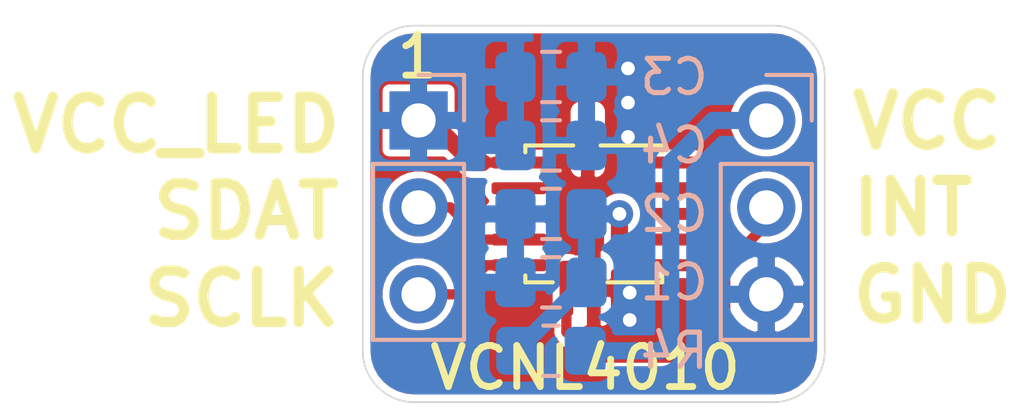
<source format=kicad_pcb>
(kicad_pcb (version 20171130) (host pcbnew "(5.1.12)-1")

  (general
    (thickness 1.6)
    (drawings 16)
    (tracks 38)
    (zones 0)
    (modules 8)
    (nets 8)
  )

  (page A4)
  (layers
    (0 F.Cu signal)
    (31 B.Cu signal)
    (32 B.Adhes user hide)
    (33 F.Adhes user hide)
    (34 B.Paste user hide)
    (35 F.Paste user hide)
    (36 B.SilkS user)
    (37 F.SilkS user)
    (38 B.Mask user hide)
    (39 F.Mask user hide)
    (40 Dwgs.User user hide)
    (41 Cmts.User user hide)
    (42 Eco1.User user hide)
    (43 Eco2.User user hide)
    (44 Edge.Cuts user)
    (45 Margin user hide)
    (46 B.CrtYd user)
    (47 F.CrtYd user hide)
    (48 B.Fab user hide)
    (49 F.Fab user hide)
  )

  (setup
    (last_trace_width 0.2)
    (user_trace_width 0.3)
    (user_trace_width 0.5)
    (trace_clearance 0.2)
    (zone_clearance 0.2)
    (zone_45_only no)
    (trace_min 0.2)
    (via_size 0.8)
    (via_drill 0.4)
    (via_min_size 0.6)
    (via_min_drill 0.3)
    (uvia_size 0.3)
    (uvia_drill 0.1)
    (uvias_allowed no)
    (uvia_min_size 0.2)
    (uvia_min_drill 0.1)
    (edge_width 0.05)
    (segment_width 0.2)
    (pcb_text_width 0.3)
    (pcb_text_size 1.5 1.5)
    (mod_edge_width 0.12)
    (mod_text_size 1 1)
    (mod_text_width 0.15)
    (pad_size 1.7 1.7)
    (pad_drill 1)
    (pad_to_mask_clearance 0)
    (aux_axis_origin 0 0)
    (visible_elements 7FFFFFFF)
    (pcbplotparams
      (layerselection 0x010fc_ffffffff)
      (usegerberextensions false)
      (usegerberattributes true)
      (usegerberadvancedattributes true)
      (creategerberjobfile true)
      (excludeedgelayer true)
      (linewidth 0.100000)
      (plotframeref false)
      (viasonmask false)
      (mode 1)
      (useauxorigin false)
      (hpglpennumber 1)
      (hpglpenspeed 20)
      (hpglpendiameter 15.000000)
      (psnegative false)
      (psa4output false)
      (plotreference true)
      (plotvalue true)
      (plotinvisibletext false)
      (padsonsilk false)
      (subtractmaskfromsilk false)
      (outputformat 1)
      (mirror false)
      (drillshape 0)
      (scaleselection 1)
      (outputdirectory "Adapter-VCNL4010_Gerber/"))
  )

  (net 0 "")
  (net 1 GND)
  (net 2 /INT)
  (net 3 /SDAT)
  (net 4 /SCLK)
  (net 5 "Net-(C1-Pad1)")
  (net 6 /VCC_LED)
  (net 7 /VCC)

  (net_class Default "This is the default net class."
    (clearance 0.2)
    (trace_width 0.2)
    (via_dia 0.8)
    (via_drill 0.4)
    (uvia_dia 0.3)
    (uvia_drill 0.1)
    (add_net /INT)
    (add_net /SCLK)
    (add_net /SDAT)
    (add_net /VCC)
    (add_net /VCC_LED)
    (add_net GND)
    (add_net "Net-(C1-Pad1)")
  )

  (module ak:VCNL4010_HS (layer F.Cu) (tedit 619BEFF7) (tstamp 619C41AC)
    (at 156.25 131 270)
    (path /619BBC1A)
    (fp_text reference U1 (at 0 4 90) (layer F.SilkS) hide
      (effects (font (size 1 1) (thickness 0.15)))
    )
    (fp_text value VCNL4010 (at 0 -4 90) (layer F.Fab)
      (effects (font (size 1 1) (thickness 0.15)))
    )
    (fp_line (start 1.8 -2) (end 2 -2) (layer F.SilkS) (width 0.12))
    (fp_line (start 2 -2) (end 2 -0.4) (layer F.SilkS) (width 0.12))
    (fp_line (start 2 1.2) (end 2 2) (layer F.SilkS) (width 0.12))
    (fp_line (start 2 2) (end 1.8 2) (layer F.SilkS) (width 0.12))
    (fp_line (start -1.8 2) (end -2 2) (layer F.SilkS) (width 0.12))
    (fp_line (start -2 2) (end -2 0.6) (layer F.SilkS) (width 0.12))
    (fp_line (start -2 -2) (end -1.8 -2) (layer F.SilkS) (width 0.12))
    (fp_line (start -2 -2) (end -2 -0.2) (layer F.SilkS) (width 0.12))
    (pad 1 smd roundrect (at -1.5 2.1825 270) (size 0.35 1.61) (layers F.Cu F.Paste F.Mask) (roundrect_rratio 0.25)
      (net 6 /VCC_LED))
    (pad 2 smd roundrect (at -0.75 2.1825 270) (size 0.35 1.61) (layers F.Cu F.Paste F.Mask) (roundrect_rratio 0.25))
    (pad 3 smd roundrect (at 0 2.1825 270) (size 0.35 1.61) (layers F.Cu F.Paste F.Mask) (roundrect_rratio 0.25))
    (pad 4 smd roundrect (at 0.75 2.1825 270) (size 0.35 1.61) (layers F.Cu F.Paste F.Mask) (roundrect_rratio 0.25)
      (net 3 /SDAT))
    (pad 5 smd roundrect (at 1.5 2.1825 270) (size 0.35 1.61) (layers F.Cu F.Paste F.Mask) (roundrect_rratio 0.25)
      (net 4 /SCLK))
    (pad 7 smd roundrect (at 1.5 -2.1825 270) (size 0.35 1.61) (layers F.Cu F.Paste F.Mask) (roundrect_rratio 0.25)
      (net 5 "Net-(C1-Pad1)"))
    (pad 8 smd roundrect (at 0.75 -2.1825 270) (size 0.35 1.61) (layers F.Cu F.Paste F.Mask) (roundrect_rratio 0.25))
    (pad 9 smd roundrect (at 0 -2.1825 270) (size 0.35 1.61) (layers F.Cu F.Paste F.Mask) (roundrect_rratio 0.25))
    (pad 10 smd roundrect (at -0.75 -2.1825 270) (size 0.35 1.61) (layers F.Cu F.Paste F.Mask) (roundrect_rratio 0.25))
    (pad 11 smd roundrect (at -1.5 -2.1825 270) (size 0.35 1.61) (layers F.Cu F.Paste F.Mask) (roundrect_rratio 0.25))
    (pad 12 smd roundrect (at -2.175 0.175) (size 0.4 1.61) (layers F.Cu F.Paste F.Mask) (roundrect_rratio 0.25)
      (net 1 GND))
    (pad 6 smd roundrect (at 2.175 0.8) (size 0.4 1.61) (layers F.Cu F.Paste F.Mask) (roundrect_rratio 0.25)
      (net 2 /INT))
    (pad 13 smd roundrect (at 2.175 0) (size 0.4 1.61) (layers F.Cu F.Paste F.Mask) (roundrect_rratio 0.25)
      (net 1 GND))
    (model ${KICAD_USER_3DMOD}/vcnl4010-gs08.step
      (at (xyz 0 0 0))
      (scale (xyz 1 1 1))
      (rotate (xyz 0 0 0))
    )
  )

  (module Connector_PinHeader_2.54mm:PinHeader_1x03_P2.54mm_Vertical (layer B.Cu) (tedit 619BE495) (tstamp 619BEBE2)
    (at 161.29 128.27 180)
    (descr "Through hole straight pin header, 1x03, 2.54mm pitch, single row")
    (tags "Through hole pin header THT 1x03 2.54mm single row")
    (path /619CF6B4)
    (fp_text reference J2 (at 0 2.33) (layer B.SilkS) hide
      (effects (font (size 1 1) (thickness 0.15)) (justify mirror))
    )
    (fp_text value Conn_01x03 (at 0 -7.41) (layer B.Fab)
      (effects (font (size 1 1) (thickness 0.15)) (justify mirror))
    )
    (fp_line (start 1.8 1.8) (end -1.8 1.8) (layer B.CrtYd) (width 0.05))
    (fp_line (start 1.8 -6.85) (end 1.8 1.8) (layer B.CrtYd) (width 0.05))
    (fp_line (start -1.8 -6.85) (end 1.8 -6.85) (layer B.CrtYd) (width 0.05))
    (fp_line (start -1.8 1.8) (end -1.8 -6.85) (layer B.CrtYd) (width 0.05))
    (fp_line (start -1.33 1.33) (end 0 1.33) (layer B.SilkS) (width 0.12))
    (fp_line (start -1.33 0) (end -1.33 1.33) (layer B.SilkS) (width 0.12))
    (fp_line (start -1.33 -1.27) (end 1.33 -1.27) (layer B.SilkS) (width 0.12))
    (fp_line (start 1.33 -1.27) (end 1.33 -6.41) (layer B.SilkS) (width 0.12))
    (fp_line (start -1.33 -1.27) (end -1.33 -6.41) (layer B.SilkS) (width 0.12))
    (fp_line (start -1.33 -6.41) (end 1.33 -6.41) (layer B.SilkS) (width 0.12))
    (fp_line (start -1.27 0.635) (end -0.635 1.27) (layer B.Fab) (width 0.1))
    (fp_line (start -1.27 -6.35) (end -1.27 0.635) (layer B.Fab) (width 0.1))
    (fp_line (start 1.27 -6.35) (end -1.27 -6.35) (layer B.Fab) (width 0.1))
    (fp_line (start 1.27 1.27) (end 1.27 -6.35) (layer B.Fab) (width 0.1))
    (fp_line (start -0.635 1.27) (end 1.27 1.27) (layer B.Fab) (width 0.1))
    (fp_text user %R (at 0 -2.54 270) (layer B.Fab)
      (effects (font (size 1 1) (thickness 0.15)) (justify mirror))
    )
    (pad 3 thru_hole oval (at 0 -5.08 180) (size 1.7 1.7) (drill 1) (layers *.Cu *.Mask)
      (net 1 GND))
    (pad 2 thru_hole oval (at 0 -2.54 180) (size 1.7 1.7) (drill 1) (layers *.Cu *.Mask)
      (net 2 /INT))
    (pad 1 thru_hole circle (at 0 0 180) (size 1.7 1.7) (drill 1) (layers *.Cu *.Mask)
      (net 7 /VCC))
    (model ${KISYS3DMOD}/Connector_PinHeader_2.54mm.3dshapes/PinHeader_1x03_P2.54mm_Vertical.wrl
      (at (xyz 0 0 0))
      (scale (xyz 1 1 1))
      (rotate (xyz 0 0 0))
    )
  )

  (module Connector_PinHeader_2.54mm:PinHeader_1x03_P2.54mm_Vertical (layer B.Cu) (tedit 59FED5CC) (tstamp 619BEBCA)
    (at 151.13 128.27 180)
    (descr "Through hole straight pin header, 1x03, 2.54mm pitch, single row")
    (tags "Through hole pin header THT 1x03 2.54mm single row")
    (path /619CC655)
    (fp_text reference J1 (at 0 2.33) (layer B.SilkS) hide
      (effects (font (size 1 1) (thickness 0.15)) (justify mirror))
    )
    (fp_text value Conn_01x03 (at 0 -7.41) (layer B.Fab)
      (effects (font (size 1 1) (thickness 0.15)) (justify mirror))
    )
    (fp_line (start 1.8 1.8) (end -1.8 1.8) (layer B.CrtYd) (width 0.05))
    (fp_line (start 1.8 -6.85) (end 1.8 1.8) (layer B.CrtYd) (width 0.05))
    (fp_line (start -1.8 -6.85) (end 1.8 -6.85) (layer B.CrtYd) (width 0.05))
    (fp_line (start -1.8 1.8) (end -1.8 -6.85) (layer B.CrtYd) (width 0.05))
    (fp_line (start -1.33 1.33) (end 0 1.33) (layer B.SilkS) (width 0.12))
    (fp_line (start -1.33 0) (end -1.33 1.33) (layer B.SilkS) (width 0.12))
    (fp_line (start -1.33 -1.27) (end 1.33 -1.27) (layer B.SilkS) (width 0.12))
    (fp_line (start 1.33 -1.27) (end 1.33 -6.41) (layer B.SilkS) (width 0.12))
    (fp_line (start -1.33 -1.27) (end -1.33 -6.41) (layer B.SilkS) (width 0.12))
    (fp_line (start -1.33 -6.41) (end 1.33 -6.41) (layer B.SilkS) (width 0.12))
    (fp_line (start -1.27 0.635) (end -0.635 1.27) (layer B.Fab) (width 0.1))
    (fp_line (start -1.27 -6.35) (end -1.27 0.635) (layer B.Fab) (width 0.1))
    (fp_line (start 1.27 -6.35) (end -1.27 -6.35) (layer B.Fab) (width 0.1))
    (fp_line (start 1.27 1.27) (end 1.27 -6.35) (layer B.Fab) (width 0.1))
    (fp_line (start -0.635 1.27) (end 1.27 1.27) (layer B.Fab) (width 0.1))
    (fp_text user %R (at 0 -2.54 270) (layer B.Fab)
      (effects (font (size 1 1) (thickness 0.15)) (justify mirror))
    )
    (pad 3 thru_hole oval (at 0 -5.08 180) (size 1.7 1.7) (drill 1) (layers *.Cu *.Mask)
      (net 4 /SCLK))
    (pad 2 thru_hole oval (at 0 -2.54 180) (size 1.7 1.7) (drill 1) (layers *.Cu *.Mask)
      (net 3 /SDAT))
    (pad 1 thru_hole rect (at 0 0 180) (size 1.7 1.7) (drill 1) (layers *.Cu *.Mask)
      (net 6 /VCC_LED))
    (model ${KISYS3DMOD}/Connector_PinHeader_2.54mm.3dshapes/PinHeader_1x03_P2.54mm_Vertical.wrl
      (at (xyz 0 0 0))
      (scale (xyz 1 1 1))
      (rotate (xyz 0 0 0))
    )
  )

  (module Resistor_SMD:R_0805_2012Metric_Pad1.20x1.40mm_HandSolder (layer B.Cu) (tedit 5F68FEEE) (tstamp 619C4193)
    (at 155 135)
    (descr "Resistor SMD 0805 (2012 Metric), square (rectangular) end terminal, IPC_7351 nominal with elongated pad for handsoldering. (Body size source: IPC-SM-782 page 72, https://www.pcb-3d.com/wordpress/wp-content/uploads/ipc-sm-782a_amendment_1_and_2.pdf), generated with kicad-footprint-generator")
    (tags "resistor handsolder")
    (path /619CA19C)
    (attr smd)
    (fp_text reference R4 (at 3.6 0) (layer B.SilkS)
      (effects (font (size 1 1) (thickness 0.15)) (justify mirror))
    )
    (fp_text value 10R (at 0 -1.65) (layer B.Fab)
      (effects (font (size 1 1) (thickness 0.15)) (justify mirror))
    )
    (fp_line (start -1 -0.625) (end -1 0.625) (layer B.Fab) (width 0.1))
    (fp_line (start -1 0.625) (end 1 0.625) (layer B.Fab) (width 0.1))
    (fp_line (start 1 0.625) (end 1 -0.625) (layer B.Fab) (width 0.1))
    (fp_line (start 1 -0.625) (end -1 -0.625) (layer B.Fab) (width 0.1))
    (fp_line (start -0.227064 0.735) (end 0.227064 0.735) (layer B.SilkS) (width 0.12))
    (fp_line (start -0.227064 -0.735) (end 0.227064 -0.735) (layer B.SilkS) (width 0.12))
    (fp_line (start -1.85 -0.95) (end -1.85 0.95) (layer B.CrtYd) (width 0.05))
    (fp_line (start -1.85 0.95) (end 1.85 0.95) (layer B.CrtYd) (width 0.05))
    (fp_line (start 1.85 0.95) (end 1.85 -0.95) (layer B.CrtYd) (width 0.05))
    (fp_line (start 1.85 -0.95) (end -1.85 -0.95) (layer B.CrtYd) (width 0.05))
    (fp_text user %R (at 0 0) (layer B.Fab)
      (effects (font (size 0.5 0.5) (thickness 0.08)) (justify mirror))
    )
    (pad 1 smd roundrect (at -1 0) (size 1.2 1.4) (layers B.Cu B.Paste B.Mask) (roundrect_rratio 0.2083325)
      (net 5 "Net-(C1-Pad1)"))
    (pad 2 smd roundrect (at 1 0) (size 1.2 1.4) (layers B.Cu B.Paste B.Mask) (roundrect_rratio 0.2083325)
      (net 7 /VCC))
    (model ${KISYS3DMOD}/Resistor_SMD.3dshapes/R_0805_2012Metric.wrl
      (at (xyz 0 0 0))
      (scale (xyz 1 1 1))
      (rotate (xyz 0 0 0))
    )
  )

  (module Capacitor_SMD:C_0805_2012Metric_Pad1.18x1.45mm_HandSolder (layer B.Cu) (tedit 5F68FEEF) (tstamp 619C40C6)
    (at 155 129)
    (descr "Capacitor SMD 0805 (2012 Metric), square (rectangular) end terminal, IPC_7351 nominal with elongated pad for handsoldering. (Body size source: IPC-SM-782 page 76, https://www.pcb-3d.com/wordpress/wp-content/uploads/ipc-sm-782a_amendment_1_and_2.pdf, https://docs.google.com/spreadsheets/d/1BsfQQcO9C6DZCsRaXUlFlo91Tg2WpOkGARC1WS5S8t0/edit?usp=sharing), generated with kicad-footprint-generator")
    (tags "capacitor handsolder")
    (path /619CD0D5)
    (attr smd)
    (fp_text reference C4 (at 3.6 0) (layer B.SilkS)
      (effects (font (size 1 1) (thickness 0.15)) (justify mirror))
    )
    (fp_text value 100nF (at 0 -1.68) (layer B.Fab)
      (effects (font (size 1 1) (thickness 0.15)) (justify mirror))
    )
    (fp_line (start 1.88 -0.98) (end -1.88 -0.98) (layer B.CrtYd) (width 0.05))
    (fp_line (start 1.88 0.98) (end 1.88 -0.98) (layer B.CrtYd) (width 0.05))
    (fp_line (start -1.88 0.98) (end 1.88 0.98) (layer B.CrtYd) (width 0.05))
    (fp_line (start -1.88 -0.98) (end -1.88 0.98) (layer B.CrtYd) (width 0.05))
    (fp_line (start -0.261252 -0.735) (end 0.261252 -0.735) (layer B.SilkS) (width 0.12))
    (fp_line (start -0.261252 0.735) (end 0.261252 0.735) (layer B.SilkS) (width 0.12))
    (fp_line (start 1 -0.625) (end -1 -0.625) (layer B.Fab) (width 0.1))
    (fp_line (start 1 0.625) (end 1 -0.625) (layer B.Fab) (width 0.1))
    (fp_line (start -1 0.625) (end 1 0.625) (layer B.Fab) (width 0.1))
    (fp_line (start -1 -0.625) (end -1 0.625) (layer B.Fab) (width 0.1))
    (fp_text user %R (at 0 0) (layer B.Fab)
      (effects (font (size 0.5 0.5) (thickness 0.08)) (justify mirror))
    )
    (pad 2 smd roundrect (at 1.0375 0) (size 1.175 1.45) (layers B.Cu B.Paste B.Mask) (roundrect_rratio 0.2127659574468085)
      (net 1 GND))
    (pad 1 smd roundrect (at -1.0375 0) (size 1.175 1.45) (layers B.Cu B.Paste B.Mask) (roundrect_rratio 0.2127659574468085)
      (net 6 /VCC_LED))
    (model ${KISYS3DMOD}/Capacitor_SMD.3dshapes/C_0805_2012Metric.wrl
      (at (xyz 0 0 0))
      (scale (xyz 1 1 1))
      (rotate (xyz 0 0 0))
    )
  )

  (module Capacitor_SMD:C_0805_2012Metric_Pad1.18x1.45mm_HandSolder (layer B.Cu) (tedit 5F68FEEF) (tstamp 619C40B5)
    (at 155 127)
    (descr "Capacitor SMD 0805 (2012 Metric), square (rectangular) end terminal, IPC_7351 nominal with elongated pad for handsoldering. (Body size source: IPC-SM-782 page 76, https://www.pcb-3d.com/wordpress/wp-content/uploads/ipc-sm-782a_amendment_1_and_2.pdf, https://docs.google.com/spreadsheets/d/1BsfQQcO9C6DZCsRaXUlFlo91Tg2WpOkGARC1WS5S8t0/edit?usp=sharing), generated with kicad-footprint-generator")
    (tags "capacitor handsolder")
    (path /619CD0E2)
    (attr smd)
    (fp_text reference C3 (at 3.6 0) (layer B.SilkS)
      (effects (font (size 1 1) (thickness 0.15)) (justify mirror))
    )
    (fp_text value 22uF (at 0 -1.68) (layer B.Fab)
      (effects (font (size 1 1) (thickness 0.15)) (justify mirror))
    )
    (fp_line (start 1.88 -0.98) (end -1.88 -0.98) (layer B.CrtYd) (width 0.05))
    (fp_line (start 1.88 0.98) (end 1.88 -0.98) (layer B.CrtYd) (width 0.05))
    (fp_line (start -1.88 0.98) (end 1.88 0.98) (layer B.CrtYd) (width 0.05))
    (fp_line (start -1.88 -0.98) (end -1.88 0.98) (layer B.CrtYd) (width 0.05))
    (fp_line (start -0.261252 -0.735) (end 0.261252 -0.735) (layer B.SilkS) (width 0.12))
    (fp_line (start -0.261252 0.735) (end 0.261252 0.735) (layer B.SilkS) (width 0.12))
    (fp_line (start 1 -0.625) (end -1 -0.625) (layer B.Fab) (width 0.1))
    (fp_line (start 1 0.625) (end 1 -0.625) (layer B.Fab) (width 0.1))
    (fp_line (start -1 0.625) (end 1 0.625) (layer B.Fab) (width 0.1))
    (fp_line (start -1 -0.625) (end -1 0.625) (layer B.Fab) (width 0.1))
    (fp_text user %R (at 0 0) (layer B.Fab)
      (effects (font (size 0.5 0.5) (thickness 0.08)) (justify mirror))
    )
    (pad 2 smd roundrect (at 1.0375 0) (size 1.175 1.45) (layers B.Cu B.Paste B.Mask) (roundrect_rratio 0.2127659574468085)
      (net 1 GND))
    (pad 1 smd roundrect (at -1.0375 0) (size 1.175 1.45) (layers B.Cu B.Paste B.Mask) (roundrect_rratio 0.2127659574468085)
      (net 6 /VCC_LED))
    (model ${KISYS3DMOD}/Capacitor_SMD.3dshapes/C_0805_2012Metric.wrl
      (at (xyz 0 0 0))
      (scale (xyz 1 1 1))
      (rotate (xyz 0 0 0))
    )
  )

  (module Capacitor_SMD:C_0805_2012Metric_Pad1.18x1.45mm_HandSolder (layer B.Cu) (tedit 5F68FEEF) (tstamp 619C05D9)
    (at 155 131 180)
    (descr "Capacitor SMD 0805 (2012 Metric), square (rectangular) end terminal, IPC_7351 nominal with elongated pad for handsoldering. (Body size source: IPC-SM-782 page 76, https://www.pcb-3d.com/wordpress/wp-content/uploads/ipc-sm-782a_amendment_1_and_2.pdf, https://docs.google.com/spreadsheets/d/1BsfQQcO9C6DZCsRaXUlFlo91Tg2WpOkGARC1WS5S8t0/edit?usp=sharing), generated with kicad-footprint-generator")
    (tags "capacitor handsolder")
    (path /619BEAC4)
    (attr smd)
    (fp_text reference C2 (at -3.6 0) (layer B.SilkS)
      (effects (font (size 1 1) (thickness 0.15)) (justify mirror))
    )
    (fp_text value 100nF (at 0 -1.68) (layer B.Fab)
      (effects (font (size 1 1) (thickness 0.15)) (justify mirror))
    )
    (fp_line (start -1 -0.625) (end -1 0.625) (layer B.Fab) (width 0.1))
    (fp_line (start -1 0.625) (end 1 0.625) (layer B.Fab) (width 0.1))
    (fp_line (start 1 0.625) (end 1 -0.625) (layer B.Fab) (width 0.1))
    (fp_line (start 1 -0.625) (end -1 -0.625) (layer B.Fab) (width 0.1))
    (fp_line (start -0.261252 0.735) (end 0.261252 0.735) (layer B.SilkS) (width 0.12))
    (fp_line (start -0.261252 -0.735) (end 0.261252 -0.735) (layer B.SilkS) (width 0.12))
    (fp_line (start -1.88 -0.98) (end -1.88 0.98) (layer B.CrtYd) (width 0.05))
    (fp_line (start -1.88 0.98) (end 1.88 0.98) (layer B.CrtYd) (width 0.05))
    (fp_line (start 1.88 0.98) (end 1.88 -0.98) (layer B.CrtYd) (width 0.05))
    (fp_line (start 1.88 -0.98) (end -1.88 -0.98) (layer B.CrtYd) (width 0.05))
    (fp_text user %R (at 0 0) (layer B.Fab)
      (effects (font (size 0.5 0.5) (thickness 0.08)) (justify mirror))
    )
    (pad 2 smd roundrect (at 1.0375 0 180) (size 1.175 1.45) (layers B.Cu B.Paste B.Mask) (roundrect_rratio 0.2127659574468085)
      (net 1 GND))
    (pad 1 smd roundrect (at -1.0375 0 180) (size 1.175 1.45) (layers B.Cu B.Paste B.Mask) (roundrect_rratio 0.2127659574468085)
      (net 5 "Net-(C1-Pad1)"))
    (model ${KISYS3DMOD}/Capacitor_SMD.3dshapes/C_0805_2012Metric.wrl
      (at (xyz 0 0 0))
      (scale (xyz 1 1 1))
      (rotate (xyz 0 0 0))
    )
  )

  (module Capacitor_SMD:C_0805_2012Metric_Pad1.18x1.45mm_HandSolder (layer B.Cu) (tedit 5F68FEEF) (tstamp 619C0528)
    (at 155 133 180)
    (descr "Capacitor SMD 0805 (2012 Metric), square (rectangular) end terminal, IPC_7351 nominal with elongated pad for handsoldering. (Body size source: IPC-SM-782 page 76, https://www.pcb-3d.com/wordpress/wp-content/uploads/ipc-sm-782a_amendment_1_and_2.pdf, https://docs.google.com/spreadsheets/d/1BsfQQcO9C6DZCsRaXUlFlo91Tg2WpOkGARC1WS5S8t0/edit?usp=sharing), generated with kicad-footprint-generator")
    (tags "capacitor handsolder")
    (path /619C0B43)
    (attr smd)
    (fp_text reference C1 (at -3.6 0) (layer B.SilkS)
      (effects (font (size 1 1) (thickness 0.15)) (justify mirror))
    )
    (fp_text value 10uF (at 0 -1.68) (layer B.Fab)
      (effects (font (size 1 1) (thickness 0.15)) (justify mirror))
    )
    (fp_line (start -1 -0.625) (end -1 0.625) (layer B.Fab) (width 0.1))
    (fp_line (start -1 0.625) (end 1 0.625) (layer B.Fab) (width 0.1))
    (fp_line (start 1 0.625) (end 1 -0.625) (layer B.Fab) (width 0.1))
    (fp_line (start 1 -0.625) (end -1 -0.625) (layer B.Fab) (width 0.1))
    (fp_line (start -0.261252 0.735) (end 0.261252 0.735) (layer B.SilkS) (width 0.12))
    (fp_line (start -0.261252 -0.735) (end 0.261252 -0.735) (layer B.SilkS) (width 0.12))
    (fp_line (start -1.88 -0.98) (end -1.88 0.98) (layer B.CrtYd) (width 0.05))
    (fp_line (start -1.88 0.98) (end 1.88 0.98) (layer B.CrtYd) (width 0.05))
    (fp_line (start 1.88 0.98) (end 1.88 -0.98) (layer B.CrtYd) (width 0.05))
    (fp_line (start 1.88 -0.98) (end -1.88 -0.98) (layer B.CrtYd) (width 0.05))
    (fp_text user %R (at 0 0) (layer B.Fab)
      (effects (font (size 0.5 0.5) (thickness 0.08)) (justify mirror))
    )
    (pad 2 smd roundrect (at 1.0375 0 180) (size 1.175 1.45) (layers B.Cu B.Paste B.Mask) (roundrect_rratio 0.2127659574468085)
      (net 1 GND))
    (pad 1 smd roundrect (at -1.0375 0 180) (size 1.175 1.45) (layers B.Cu B.Paste B.Mask) (roundrect_rratio 0.2127659574468085)
      (net 5 "Net-(C1-Pad1)"))
    (model ${KISYS3DMOD}/Capacitor_SMD.3dshapes/C_0805_2012Metric.wrl
      (at (xyz 0 0 0))
      (scale (xyz 1 1 1))
      (rotate (xyz 0 0 0))
    )
  )

  (gr_text GND (at 163.66 133.38) (layer F.SilkS) (tstamp 61AB5242)
    (effects (font (size 1.5 1.5) (thickness 0.3)) (justify left))
  )
  (gr_text INT (at 163.66 130.83) (layer F.SilkS) (tstamp 61AB5242)
    (effects (font (size 1.5 1.5) (thickness 0.3)) (justify left))
  )
  (gr_text VCC (at 163.65 128.3) (layer F.SilkS)
    (effects (font (size 1.5 1.5) (thickness 0.3)) (justify left))
  )
  (gr_text SCLK (at 148.97 133.48) (layer F.SilkS) (tstamp 61AB51EB)
    (effects (font (size 1.5 1.5) (thickness 0.3)) (justify right))
  )
  (gr_text SDAT (at 148.97 130.93) (layer F.SilkS) (tstamp 61AB51EB)
    (effects (font (size 1.5 1.5) (thickness 0.3)) (justify right))
  )
  (gr_text VCC_LED (at 149 128.4) (layer F.SilkS)
    (effects (font (size 1.5 1.5) (thickness 0.3)) (justify right))
  )
  (gr_arc (start 161.5 135) (end 161.5 136.5) (angle -90) (layer Edge.Cuts) (width 0.05) (tstamp 619C5157))
  (gr_text VCNL4010 (at 156 135.5) (layer F.SilkS) (tstamp 619C50A5)
    (effects (font (size 1.2 1.2) (thickness 0.2)))
  )
  (gr_arc (start 151 135) (end 149.5 135) (angle -90) (layer Edge.Cuts) (width 0.05))
  (gr_arc (start 151 127) (end 151 125.5) (angle -90) (layer Edge.Cuts) (width 0.05))
  (gr_arc (start 161.5 127) (end 163 127) (angle -90) (layer Edge.Cuts) (width 0.05))
  (gr_text 1 (at 151.1 126.4) (layer F.SilkS)
    (effects (font (size 1.2 1.2) (thickness 0.2)))
  )
  (gr_line (start 149.5 135) (end 149.5 127) (layer Edge.Cuts) (width 0.05) (tstamp 619C091B))
  (gr_line (start 161.5 136.5) (end 151 136.5) (layer Edge.Cuts) (width 0.05))
  (gr_line (start 163 127) (end 163 135) (layer Edge.Cuts) (width 0.05))
  (gr_line (start 151 125.5) (end 161.5 125.5) (layer Edge.Cuts) (width 0.05))

  (via (at 157.25 126.75) (size 0.8) (drill 0.4) (layers F.Cu B.Cu) (net 1))
  (via (at 157.25 128.75) (size 0.8) (drill 0.4) (layers F.Cu B.Cu) (net 1))
  (via (at 157.25 127.75) (size 0.8) (drill 0.4) (layers F.Cu B.Cu) (net 1))
  (via (at 157.3 133.3) (size 0.8) (drill 0.4) (layers F.Cu B.Cu) (net 1))
  (via (at 157.3 134.1) (size 0.8) (drill 0.4) (layers F.Cu B.Cu) (net 1))
  (segment (start 155.45 134.45) (end 155.45 133.175) (width 0.3) (layer F.Cu) (net 2))
  (segment (start 156.2 135.2) (end 155.45 134.45) (width 0.3) (layer F.Cu) (net 2))
  (segment (start 159.2 135.2) (end 156.2 135.2) (width 0.3) (layer F.Cu) (net 2))
  (segment (start 160.089999 132.510001) (end 160.089999 134.310001) (width 0.3) (layer F.Cu) (net 2))
  (segment (start 160.089999 134.310001) (end 159.2 135.2) (width 0.3) (layer F.Cu) (net 2))
  (segment (start 161.29 131.31) (end 160.089999 132.510001) (width 0.3) (layer F.Cu) (net 2))
  (segment (start 161.29 130.81) (end 161.29 131.31) (width 0.3) (layer F.Cu) (net 2))
  (segment (start 152.06 130.81) (end 151.13 130.81) (width 0.3) (layer F.Cu) (net 3))
  (segment (start 153 131.75) (end 152.06 130.81) (width 0.3) (layer F.Cu) (net 3))
  (segment (start 154.0675 131.75) (end 153 131.75) (width 0.3) (layer F.Cu) (net 3))
  (segment (start 153.1 132.5) (end 152.25 133.35) (width 0.3) (layer F.Cu) (net 4))
  (segment (start 154.0675 132.5) (end 153.1 132.5) (width 0.3) (layer F.Cu) (net 4))
  (segment (start 152.25 133.35) (end 151.13 133.35) (width 0.3) (layer F.Cu) (net 4))
  (via (at 157 131) (size 0.8) (drill 0.4) (layers F.Cu B.Cu) (net 5))
  (segment (start 156.0375 133) (end 156.0375 131) (width 0.5) (layer B.Cu) (net 5))
  (segment (start 156.0375 131) (end 157 131) (width 0.5) (layer B.Cu) (net 5))
  (segment (start 156 133) (end 154 135) (width 0.5) (layer B.Cu) (net 5))
  (segment (start 156.0375 133) (end 156 133) (width 0.5) (layer B.Cu) (net 5))
  (segment (start 157 132.087783) (end 157 131) (width 0.5) (layer F.Cu) (net 5))
  (segment (start 157.307849 132.395632) (end 157 132.087783) (width 0.5) (layer F.Cu) (net 5))
  (segment (start 157.495632 132.395632) (end 157.6 132.5) (width 0.3) (layer F.Cu) (net 5))
  (segment (start 157.307849 132.395632) (end 157.495632 132.395632) (width 0.3) (layer F.Cu) (net 5))
  (segment (start 157.6 132.5) (end 157.3 132.5) (width 0.3) (layer F.Cu) (net 5))
  (segment (start 158.4325 132.5) (end 157.6 132.5) (width 0.3) (layer F.Cu) (net 5))
  (segment (start 154.0675 129.5) (end 153 129.5) (width 0.3) (layer F.Cu) (net 6))
  (segment (start 153 129.5) (end 152.7 129.5) (width 0.5) (layer F.Cu) (net 6))
  (segment (start 152.7 129.5) (end 151.47 128.27) (width 0.5) (layer F.Cu) (net 6))
  (segment (start 151.47 128.27) (end 151.13 128.27) (width 0.5) (layer F.Cu) (net 6))
  (segment (start 159.73 128.27) (end 161.29 128.27) (width 0.5) (layer B.Cu) (net 7))
  (segment (start 158.5 129.5) (end 159.73 128.27) (width 0.5) (layer B.Cu) (net 7))
  (segment (start 158.5 134.7) (end 158.5 129.5) (width 0.5) (layer B.Cu) (net 7))
  (segment (start 158.2 135) (end 158.5 134.7) (width 0.5) (layer B.Cu) (net 7))
  (segment (start 156 135) (end 158.2 135) (width 0.5) (layer B.Cu) (net 7))

  (zone (net 6) (net_name /VCC_LED) (layer B.Cu) (tstamp 619C828A) (hatch edge 0.508)
    (priority 1)
    (connect_pads (clearance 0.2))
    (min_thickness 0.2)
    (fill yes (arc_segments 32) (thermal_gap 0.3) (thermal_bridge_width 0.5))
    (polygon
      (pts
        (xy 154.5 129.75) (xy 149.5 129.75) (xy 149.5 125.5) (xy 154.5 125.5)
      )
    )
    (filled_polygon
      (pts
        (xy 154.4 125.873925) (xy 154.2125 125.875) (xy 154.1125 125.975) (xy 154.1125 126.85) (xy 154.1325 126.85)
        (xy 154.1325 127.15) (xy 154.1125 127.15) (xy 154.1125 128.85) (xy 154.1325 128.85) (xy 154.1325 129.15)
        (xy 154.1125 129.15) (xy 154.1125 129.17) (xy 153.8125 129.17) (xy 153.8125 129.15) (xy 153.075 129.15)
        (xy 152.975 129.25) (xy 152.973371 129.65) (xy 149.825 129.65) (xy 149.825 129.12) (xy 149.878065 129.12)
        (xy 149.885788 129.198414) (xy 149.90866 129.273814) (xy 149.945803 129.343303) (xy 149.995789 129.404211) (xy 150.056697 129.454197)
        (xy 150.126186 129.49134) (xy 150.201586 129.514212) (xy 150.28 129.521935) (xy 150.88 129.52) (xy 150.98 129.42)
        (xy 150.98 128.42) (xy 151.28 128.42) (xy 151.28 129.42) (xy 151.38 129.52) (xy 151.98 129.521935)
        (xy 152.058414 129.514212) (xy 152.133814 129.49134) (xy 152.203303 129.454197) (xy 152.264211 129.404211) (xy 152.314197 129.343303)
        (xy 152.35134 129.273814) (xy 152.374212 129.198414) (xy 152.381935 129.12) (xy 152.38 128.52) (xy 152.28 128.42)
        (xy 151.28 128.42) (xy 150.98 128.42) (xy 149.98 128.42) (xy 149.88 128.52) (xy 149.878065 129.12)
        (xy 149.825 129.12) (xy 149.825 127.42) (xy 149.878065 127.42) (xy 149.88 128.02) (xy 149.98 128.12)
        (xy 150.98 128.12) (xy 150.98 127.12) (xy 151.28 127.12) (xy 151.28 128.12) (xy 152.28 128.12)
        (xy 152.38 128.02) (xy 152.380951 127.725) (xy 152.973065 127.725) (xy 152.980788 127.803414) (xy 153.00366 127.878814)
        (xy 153.040803 127.948303) (xy 153.08323 128) (xy 153.040803 128.051697) (xy 153.00366 128.121186) (xy 152.980788 128.196586)
        (xy 152.973065 128.275) (xy 152.975 128.75) (xy 153.075 128.85) (xy 153.8125 128.85) (xy 153.8125 127.15)
        (xy 153.075 127.15) (xy 152.975 127.25) (xy 152.973065 127.725) (xy 152.380951 127.725) (xy 152.381935 127.42)
        (xy 152.374212 127.341586) (xy 152.35134 127.266186) (xy 152.314197 127.196697) (xy 152.264211 127.135789) (xy 152.203303 127.085803)
        (xy 152.133814 127.04866) (xy 152.058414 127.025788) (xy 151.98 127.018065) (xy 151.38 127.02) (xy 151.28 127.12)
        (xy 150.98 127.12) (xy 150.88 127.02) (xy 150.28 127.018065) (xy 150.201586 127.025788) (xy 150.126186 127.04866)
        (xy 150.056697 127.085803) (xy 149.995789 127.135789) (xy 149.945803 127.196697) (xy 149.90866 127.266186) (xy 149.885788 127.341586)
        (xy 149.878065 127.42) (xy 149.825 127.42) (xy 149.825 127.015896) (xy 149.848906 126.772078) (xy 149.9151 126.552835)
        (xy 150.022614 126.35063) (xy 150.084296 126.275) (xy 152.973065 126.275) (xy 152.975 126.75) (xy 153.075 126.85)
        (xy 153.8125 126.85) (xy 153.8125 125.975) (xy 153.7125 125.875) (xy 153.375 125.873065) (xy 153.296586 125.880788)
        (xy 153.221186 125.90366) (xy 153.151697 125.940803) (xy 153.090789 125.990789) (xy 153.040803 126.051697) (xy 153.00366 126.121186)
        (xy 152.980788 126.196586) (xy 152.973065 126.275) (xy 150.084296 126.275) (xy 150.167361 126.173153) (xy 150.343824 126.027171)
        (xy 150.545276 125.918246) (xy 150.764047 125.850526) (xy 151.006915 125.825) (xy 154.4 125.825)
      )
    )
  )
  (zone (net 1) (net_name GND) (layer B.Cu) (tstamp 619C8287) (hatch edge 0.508)
    (connect_pads (clearance 0.2))
    (min_thickness 0.2)
    (fill yes (arc_segments 32) (thermal_gap 0.3) (thermal_bridge_width 0.5))
    (polygon
      (pts
        (xy 163.5 137) (xy 149 137) (xy 149 124.75) (xy 163.5 124.75)
      )
    )
    (filled_polygon
      (pts
        (xy 161.727922 125.848906) (xy 161.947165 125.9151) (xy 162.14937 126.022614) (xy 162.326847 126.167361) (xy 162.472829 126.343824)
        (xy 162.581754 126.545276) (xy 162.649474 126.764047) (xy 162.675 127.006915) (xy 162.675001 134.984094) (xy 162.651094 135.227922)
        (xy 162.5849 135.447166) (xy 162.477386 135.64937) (xy 162.332639 135.826847) (xy 162.156176 135.97283) (xy 161.954727 136.081753)
        (xy 161.735958 136.149474) (xy 161.493085 136.175) (xy 151.015896 136.175) (xy 150.772078 136.151094) (xy 150.552834 136.0849)
        (xy 150.35063 135.977386) (xy 150.173153 135.832639) (xy 150.02717 135.656176) (xy 149.918247 135.454727) (xy 149.850526 135.235958)
        (xy 149.825 134.993085) (xy 149.825 133.236735) (xy 149.98 133.236735) (xy 149.98 133.463265) (xy 150.024194 133.685443)
        (xy 150.110884 133.894729) (xy 150.236737 134.083082) (xy 150.396918 134.243263) (xy 150.585271 134.369116) (xy 150.794557 134.455806)
        (xy 151.016735 134.5) (xy 151.243265 134.5) (xy 151.465443 134.455806) (xy 151.674729 134.369116) (xy 151.863082 134.243263)
        (xy 152.023263 134.083082) (xy 152.149116 133.894729) (xy 152.21942 133.725) (xy 152.973065 133.725) (xy 152.980788 133.803414)
        (xy 153.00366 133.878814) (xy 153.040803 133.948303) (xy 153.090789 134.009211) (xy 153.151697 134.059197) (xy 153.221186 134.09634)
        (xy 153.296586 134.119212) (xy 153.308424 134.120378) (xy 153.260065 134.160065) (xy 153.191485 134.24363) (xy 153.140526 134.338968)
        (xy 153.109145 134.442416) (xy 153.098549 134.549999) (xy 153.098549 135.450001) (xy 153.109145 135.557584) (xy 153.140526 135.661032)
        (xy 153.191485 135.75637) (xy 153.260065 135.839935) (xy 153.34363 135.908515) (xy 153.438968 135.959474) (xy 153.542416 135.990855)
        (xy 153.649999 136.001451) (xy 154.350001 136.001451) (xy 154.457584 135.990855) (xy 154.561032 135.959474) (xy 154.65637 135.908515)
        (xy 154.739935 135.839935) (xy 154.808515 135.75637) (xy 154.859474 135.661032) (xy 154.890855 135.557584) (xy 154.901451 135.450001)
        (xy 154.901451 134.876366) (xy 155.098549 134.679268) (xy 155.098549 135.450001) (xy 155.109145 135.557584) (xy 155.140526 135.661032)
        (xy 155.191485 135.75637) (xy 155.260065 135.839935) (xy 155.34363 135.908515) (xy 155.438968 135.959474) (xy 155.542416 135.990855)
        (xy 155.649999 136.001451) (xy 156.350001 136.001451) (xy 156.457584 135.990855) (xy 156.561032 135.959474) (xy 156.65637 135.908515)
        (xy 156.739935 135.839935) (xy 156.808515 135.75637) (xy 156.859474 135.661032) (xy 156.890855 135.557584) (xy 156.891602 135.55)
        (xy 158.172992 135.55) (xy 158.2 135.55266) (xy 158.227008 135.55) (xy 158.227018 135.55) (xy 158.307819 135.542042)
        (xy 158.411494 135.510592) (xy 158.507042 135.459521) (xy 158.59079 135.39079) (xy 158.608013 135.369804) (xy 158.869804 135.108013)
        (xy 158.89079 135.09079) (xy 158.959521 135.007042) (xy 159.010592 134.911494) (xy 159.042042 134.807819) (xy 159.05 134.727018)
        (xy 159.05 134.727009) (xy 159.05266 134.700001) (xy 159.05 134.672993) (xy 159.05 133.692283) (xy 160.087777 133.692283)
        (xy 160.10022 133.733325) (xy 160.197864 133.958074) (xy 160.337478 134.159455) (xy 160.513697 134.329729) (xy 160.719749 134.462353)
        (xy 160.947716 134.55223) (xy 161.14 134.490974) (xy 161.14 133.5) (xy 161.44 133.5) (xy 161.44 134.490974)
        (xy 161.632284 134.55223) (xy 161.860251 134.462353) (xy 162.066303 134.329729) (xy 162.242522 134.159455) (xy 162.382136 133.958074)
        (xy 162.47978 133.733325) (xy 162.492223 133.692283) (xy 162.430175 133.5) (xy 161.44 133.5) (xy 161.14 133.5)
        (xy 160.149825 133.5) (xy 160.087777 133.692283) (xy 159.05 133.692283) (xy 159.05 133.007717) (xy 160.087777 133.007717)
        (xy 160.149825 133.2) (xy 161.14 133.2) (xy 161.14 132.209026) (xy 161.44 132.209026) (xy 161.44 133.2)
        (xy 162.430175 133.2) (xy 162.492223 133.007717) (xy 162.47978 132.966675) (xy 162.382136 132.741926) (xy 162.242522 132.540545)
        (xy 162.066303 132.370271) (xy 161.860251 132.237647) (xy 161.632284 132.14777) (xy 161.44 132.209026) (xy 161.14 132.209026)
        (xy 160.947716 132.14777) (xy 160.719749 132.237647) (xy 160.513697 132.370271) (xy 160.337478 132.540545) (xy 160.197864 132.741926)
        (xy 160.10022 132.966675) (xy 160.087777 133.007717) (xy 159.05 133.007717) (xy 159.05 130.696735) (xy 160.14 130.696735)
        (xy 160.14 130.923265) (xy 160.184194 131.145443) (xy 160.270884 131.354729) (xy 160.396737 131.543082) (xy 160.556918 131.703263)
        (xy 160.745271 131.829116) (xy 160.954557 131.915806) (xy 161.176735 131.96) (xy 161.403265 131.96) (xy 161.625443 131.915806)
        (xy 161.834729 131.829116) (xy 162.023082 131.703263) (xy 162.183263 131.543082) (xy 162.309116 131.354729) (xy 162.395806 131.145443)
        (xy 162.44 130.923265) (xy 162.44 130.696735) (xy 162.395806 130.474557) (xy 162.309116 130.265271) (xy 162.183263 130.076918)
        (xy 162.023082 129.916737) (xy 161.834729 129.790884) (xy 161.625443 129.704194) (xy 161.403265 129.66) (xy 161.176735 129.66)
        (xy 160.954557 129.704194) (xy 160.745271 129.790884) (xy 160.556918 129.916737) (xy 160.396737 130.076918) (xy 160.270884 130.265271)
        (xy 160.184194 130.474557) (xy 160.14 130.696735) (xy 159.05 130.696735) (xy 159.05 129.727817) (xy 159.957817 128.82)
        (xy 160.274406 128.82) (xy 160.396737 129.003082) (xy 160.556918 129.163263) (xy 160.745271 129.289116) (xy 160.954557 129.375806)
        (xy 161.176735 129.42) (xy 161.403265 129.42) (xy 161.625443 129.375806) (xy 161.834729 129.289116) (xy 162.023082 129.163263)
        (xy 162.183263 129.003082) (xy 162.309116 128.814729) (xy 162.395806 128.605443) (xy 162.44 128.383265) (xy 162.44 128.156735)
        (xy 162.395806 127.934557) (xy 162.309116 127.725271) (xy 162.183263 127.536918) (xy 162.023082 127.376737) (xy 161.834729 127.250884)
        (xy 161.625443 127.164194) (xy 161.403265 127.12) (xy 161.176735 127.12) (xy 160.954557 127.164194) (xy 160.745271 127.250884)
        (xy 160.556918 127.376737) (xy 160.396737 127.536918) (xy 160.274406 127.72) (xy 159.757011 127.72) (xy 159.73 127.71734)
        (xy 159.702989 127.72) (xy 159.702982 127.72) (xy 159.622181 127.727958) (xy 159.518506 127.759408) (xy 159.422958 127.810479)
        (xy 159.33921 127.87921) (xy 159.321987 127.900196) (xy 158.130191 129.091992) (xy 158.109211 129.10921) (xy 158.091993 129.13019)
        (xy 158.091987 129.130196) (xy 158.040479 129.192958) (xy 157.989959 129.287477) (xy 157.989409 129.288506) (xy 157.962927 129.375806)
        (xy 157.957959 129.392182) (xy 157.94734 129.5) (xy 157.950001 129.527018) (xy 157.95 134.45) (xy 156.891602 134.45)
        (xy 156.890855 134.442416) (xy 156.859474 134.338968) (xy 156.808515 134.24363) (xy 156.739935 134.160065) (xy 156.65637 134.091485)
        (xy 156.561032 134.040526) (xy 156.480409 134.016069) (xy 156.482583 134.015855) (xy 156.586031 133.984474) (xy 156.68137 133.933515)
        (xy 156.764935 133.864935) (xy 156.833515 133.78137) (xy 156.884474 133.686031) (xy 156.915855 133.582583) (xy 156.926451 133.475)
        (xy 156.926451 132.525) (xy 156.915855 132.417417) (xy 156.884474 132.313969) (xy 156.833515 132.21863) (xy 156.764935 132.135065)
        (xy 156.68137 132.066485) (xy 156.5875 132.016311) (xy 156.5875 131.983689) (xy 156.68137 131.933515) (xy 156.764935 131.864935)
        (xy 156.833515 131.78137) (xy 156.882202 131.690282) (xy 156.931056 131.7) (xy 157.068944 131.7) (xy 157.204182 131.673099)
        (xy 157.331574 131.620332) (xy 157.446224 131.543726) (xy 157.543726 131.446224) (xy 157.620332 131.331574) (xy 157.673099 131.204182)
        (xy 157.7 131.068944) (xy 157.7 130.931056) (xy 157.673099 130.795818) (xy 157.620332 130.668426) (xy 157.543726 130.553776)
        (xy 157.446224 130.456274) (xy 157.331574 130.379668) (xy 157.204182 130.326901) (xy 157.068944 130.3) (xy 156.931056 130.3)
        (xy 156.882202 130.309718) (xy 156.833515 130.21863) (xy 156.764935 130.135065) (xy 156.734228 130.109865) (xy 156.778814 130.09634)
        (xy 156.848303 130.059197) (xy 156.909211 130.009211) (xy 156.959197 129.948303) (xy 156.99634 129.878814) (xy 157.019212 129.803414)
        (xy 157.026935 129.725) (xy 157.025 129.25) (xy 156.925 129.15) (xy 156.1875 129.15) (xy 156.1875 129.17)
        (xy 155.8875 129.17) (xy 155.8875 129.15) (xy 155.15 129.15) (xy 155.05 129.25) (xy 155.048065 129.725)
        (xy 155.055788 129.803414) (xy 155.07866 129.878814) (xy 155.115803 129.948303) (xy 155.165789 130.009211) (xy 155.226697 130.059197)
        (xy 155.296186 130.09634) (xy 155.340772 130.109865) (xy 155.310065 130.135065) (xy 155.241485 130.21863) (xy 155.190526 130.313969)
        (xy 155.159145 130.417417) (xy 155.148549 130.525) (xy 155.148549 131.475) (xy 155.159145 131.582583) (xy 155.190526 131.686031)
        (xy 155.241485 131.78137) (xy 155.310065 131.864935) (xy 155.39363 131.933515) (xy 155.487501 131.983689) (xy 155.4875 132.016311)
        (xy 155.39363 132.066485) (xy 155.310065 132.135065) (xy 155.241485 132.21863) (xy 155.190526 132.313969) (xy 155.159145 132.417417)
        (xy 155.148549 132.525) (xy 155.148549 133.073633) (xy 154.95009 133.272092) (xy 154.95 133.25) (xy 154.85 133.15)
        (xy 154.1125 133.15) (xy 154.1125 133.17) (xy 153.8125 133.17) (xy 153.8125 133.15) (xy 153.075 133.15)
        (xy 152.975 133.25) (xy 152.973065 133.725) (xy 152.21942 133.725) (xy 152.235806 133.685443) (xy 152.28 133.463265)
        (xy 152.28 133.236735) (xy 152.235806 133.014557) (xy 152.149116 132.805271) (xy 152.023263 132.616918) (xy 151.863082 132.456737)
        (xy 151.674729 132.330884) (xy 151.465443 132.244194) (xy 151.243265 132.2) (xy 151.016735 132.2) (xy 150.794557 132.244194)
        (xy 150.585271 132.330884) (xy 150.396918 132.456737) (xy 150.236737 132.616918) (xy 150.110884 132.805271) (xy 150.024194 133.014557)
        (xy 149.98 133.236735) (xy 149.825 133.236735) (xy 149.825 130.05) (xy 150.263655 130.05) (xy 150.236737 130.076918)
        (xy 150.110884 130.265271) (xy 150.024194 130.474557) (xy 149.98 130.696735) (xy 149.98 130.923265) (xy 150.024194 131.145443)
        (xy 150.110884 131.354729) (xy 150.236737 131.543082) (xy 150.396918 131.703263) (xy 150.585271 131.829116) (xy 150.794557 131.915806)
        (xy 151.016735 131.96) (xy 151.243265 131.96) (xy 151.465443 131.915806) (xy 151.674729 131.829116) (xy 151.83055 131.725)
        (xy 152.973065 131.725) (xy 152.980788 131.803414) (xy 153.00366 131.878814) (xy 153.040803 131.948303) (xy 153.08323 132)
        (xy 153.040803 132.051697) (xy 153.00366 132.121186) (xy 152.980788 132.196586) (xy 152.973065 132.275) (xy 152.975 132.75)
        (xy 153.075 132.85) (xy 153.8125 132.85) (xy 153.8125 131.15) (xy 154.1125 131.15) (xy 154.1125 132.85)
        (xy 154.85 132.85) (xy 154.95 132.75) (xy 154.951935 132.275) (xy 154.944212 132.196586) (xy 154.92134 132.121186)
        (xy 154.884197 132.051697) (xy 154.84177 132) (xy 154.884197 131.948303) (xy 154.92134 131.878814) (xy 154.944212 131.803414)
        (xy 154.951935 131.725) (xy 154.95 131.25) (xy 154.85 131.15) (xy 154.1125 131.15) (xy 153.8125 131.15)
        (xy 153.075 131.15) (xy 152.975 131.25) (xy 152.973065 131.725) (xy 151.83055 131.725) (xy 151.863082 131.703263)
        (xy 152.023263 131.543082) (xy 152.149116 131.354729) (xy 152.235806 131.145443) (xy 152.28 130.923265) (xy 152.28 130.696735)
        (xy 152.235806 130.474557) (xy 152.149116 130.265271) (xy 152.023263 130.076918) (xy 151.996345 130.05) (xy 153.042196 130.05)
        (xy 153.040803 130.051697) (xy 153.00366 130.121186) (xy 152.980788 130.196586) (xy 152.973065 130.275) (xy 152.975 130.75)
        (xy 153.075 130.85) (xy 153.8125 130.85) (xy 153.8125 130.83) (xy 154.1125 130.83) (xy 154.1125 130.85)
        (xy 154.85 130.85) (xy 154.95 130.75) (xy 154.951935 130.275) (xy 154.944212 130.196586) (xy 154.92134 130.121186)
        (xy 154.884197 130.051697) (xy 154.834211 129.990789) (xy 154.773303 129.940803) (xy 154.742951 129.924579) (xy 154.749441 129.916671)
        (xy 154.777164 129.864805) (xy 154.794236 129.808527) (xy 154.8 129.75) (xy 154.8 129.703756) (xy 154.809474 129.686031)
        (xy 154.840855 129.582583) (xy 154.851451 129.475) (xy 154.851451 128.525) (xy 154.840855 128.417417) (xy 154.809474 128.313969)
        (xy 154.8 128.296244) (xy 154.8 127.725) (xy 155.048065 127.725) (xy 155.055788 127.803414) (xy 155.07866 127.878814)
        (xy 155.115803 127.948303) (xy 155.15823 128) (xy 155.115803 128.051697) (xy 155.07866 128.121186) (xy 155.055788 128.196586)
        (xy 155.048065 128.275) (xy 155.05 128.75) (xy 155.15 128.85) (xy 155.8875 128.85) (xy 155.8875 127.15)
        (xy 156.1875 127.15) (xy 156.1875 128.85) (xy 156.925 128.85) (xy 157.025 128.75) (xy 157.026935 128.275)
        (xy 157.019212 128.196586) (xy 156.99634 128.121186) (xy 156.959197 128.051697) (xy 156.91677 128) (xy 156.959197 127.948303)
        (xy 156.99634 127.878814) (xy 157.019212 127.803414) (xy 157.026935 127.725) (xy 157.025 127.25) (xy 156.925 127.15)
        (xy 156.1875 127.15) (xy 155.8875 127.15) (xy 155.15 127.15) (xy 155.05 127.25) (xy 155.048065 127.725)
        (xy 154.8 127.725) (xy 154.8 127.703756) (xy 154.809474 127.686031) (xy 154.840855 127.582583) (xy 154.851451 127.475)
        (xy 154.851451 126.525) (xy 154.840855 126.417417) (xy 154.809474 126.313969) (xy 154.8 126.296244) (xy 154.8 126.275)
        (xy 155.048065 126.275) (xy 155.05 126.75) (xy 155.15 126.85) (xy 155.8875 126.85) (xy 155.8875 125.975)
        (xy 156.1875 125.975) (xy 156.1875 126.85) (xy 156.925 126.85) (xy 157.025 126.75) (xy 157.026935 126.275)
        (xy 157.019212 126.196586) (xy 156.99634 126.121186) (xy 156.959197 126.051697) (xy 156.909211 125.990789) (xy 156.848303 125.940803)
        (xy 156.778814 125.90366) (xy 156.703414 125.880788) (xy 156.625 125.873065) (xy 156.2875 125.875) (xy 156.1875 125.975)
        (xy 155.8875 125.975) (xy 155.7875 125.875) (xy 155.45 125.873065) (xy 155.371586 125.880788) (xy 155.296186 125.90366)
        (xy 155.226697 125.940803) (xy 155.165789 125.990789) (xy 155.115803 126.051697) (xy 155.07866 126.121186) (xy 155.055788 126.196586)
        (xy 155.048065 126.275) (xy 154.8 126.275) (xy 154.8 125.825) (xy 161.484104 125.825)
      )
    )
  )
  (zone (net 1) (net_name GND) (layer F.Cu) (tstamp 619C8284) (hatch edge 0.508)
    (connect_pads (clearance 0.2))
    (min_thickness 0.2)
    (fill yes (arc_segments 32) (thermal_gap 0.3) (thermal_bridge_width 0.5))
    (polygon
      (pts
        (xy 163.5 137) (xy 149 137) (xy 149 124.75) (xy 163.5 124.75)
      )
    )
    (filled_polygon
      (pts
        (xy 161.727922 125.848906) (xy 161.947165 125.9151) (xy 162.14937 126.022614) (xy 162.326847 126.167361) (xy 162.472829 126.343824)
        (xy 162.581754 126.545276) (xy 162.649474 126.764047) (xy 162.675 127.006915) (xy 162.675001 134.984094) (xy 162.651094 135.227922)
        (xy 162.5849 135.447166) (xy 162.477386 135.64937) (xy 162.332639 135.826847) (xy 162.156176 135.97283) (xy 161.954727 136.081753)
        (xy 161.735958 136.149474) (xy 161.493085 136.175) (xy 151.015896 136.175) (xy 150.772078 136.151094) (xy 150.552834 136.0849)
        (xy 150.35063 135.977386) (xy 150.173153 135.832639) (xy 150.02717 135.656176) (xy 149.918247 135.454727) (xy 149.850526 135.235958)
        (xy 149.825 134.993085) (xy 149.825 127.42) (xy 149.978549 127.42) (xy 149.978549 129.12) (xy 149.984341 129.17881)
        (xy 150.001496 129.23536) (xy 150.029353 129.287477) (xy 150.066842 129.333158) (xy 150.112523 129.370647) (xy 150.16464 129.398504)
        (xy 150.22119 129.415659) (xy 150.28 129.421451) (xy 151.843634 129.421451) (xy 152.291987 129.869804) (xy 152.30921 129.89079)
        (xy 152.392958 129.959521) (xy 152.488506 130.010592) (xy 152.592181 130.042042) (xy 152.672982 130.05) (xy 152.672989 130.05)
        (xy 152.7 130.05266) (xy 152.727011 130.05) (xy 152.979631 130.05) (xy 152.968523 130.086619) (xy 152.961049 130.1625)
        (xy 152.961049 130.3375) (xy 152.968523 130.413381) (xy 152.990656 130.486345) (xy 153.026599 130.55359) (xy 153.07497 130.61253)
        (xy 153.090165 130.625) (xy 153.07497 130.63747) (xy 153.026599 130.69641) (xy 152.990656 130.763655) (xy 152.968523 130.836619)
        (xy 152.961049 130.9125) (xy 152.961049 131.074653) (xy 152.393829 130.507434) (xy 152.379737 130.490263) (xy 152.311216 130.434029)
        (xy 152.233041 130.392243) (xy 152.197207 130.381373) (xy 152.149116 130.265271) (xy 152.023263 130.076918) (xy 151.863082 129.916737)
        (xy 151.674729 129.790884) (xy 151.465443 129.704194) (xy 151.243265 129.66) (xy 151.016735 129.66) (xy 150.794557 129.704194)
        (xy 150.585271 129.790884) (xy 150.396918 129.916737) (xy 150.236737 130.076918) (xy 150.110884 130.265271) (xy 150.024194 130.474557)
        (xy 149.98 130.696735) (xy 149.98 130.923265) (xy 150.024194 131.145443) (xy 150.110884 131.354729) (xy 150.236737 131.543082)
        (xy 150.396918 131.703263) (xy 150.585271 131.829116) (xy 150.794557 131.915806) (xy 151.016735 131.96) (xy 151.243265 131.96)
        (xy 151.465443 131.915806) (xy 151.674729 131.829116) (xy 151.863082 131.703263) (xy 152.023263 131.543082) (xy 152.076705 131.4631)
        (xy 152.666176 132.052572) (xy 152.680263 132.069737) (xy 152.697428 132.083824) (xy 152.697432 132.083828) (xy 152.748783 132.125971)
        (xy 152.807908 132.157574) (xy 152.797432 132.166172) (xy 152.797428 132.166176) (xy 152.780263 132.180263) (xy 152.766176 132.197428)
        (xy 152.151816 132.811789) (xy 152.149116 132.805271) (xy 152.023263 132.616918) (xy 151.863082 132.456737) (xy 151.674729 132.330884)
        (xy 151.465443 132.244194) (xy 151.243265 132.2) (xy 151.016735 132.2) (xy 150.794557 132.244194) (xy 150.585271 132.330884)
        (xy 150.396918 132.456737) (xy 150.236737 132.616918) (xy 150.110884 132.805271) (xy 150.024194 133.014557) (xy 149.98 133.236735)
        (xy 149.98 133.463265) (xy 150.024194 133.685443) (xy 150.110884 133.894729) (xy 150.236737 134.083082) (xy 150.396918 134.243263)
        (xy 150.585271 134.369116) (xy 150.794557 134.455806) (xy 151.016735 134.5) (xy 151.243265 134.5) (xy 151.465443 134.455806)
        (xy 151.674729 134.369116) (xy 151.863082 134.243263) (xy 152.023263 134.083082) (xy 152.149116 133.894729) (xy 152.188354 133.8)
        (xy 152.227906 133.8) (xy 152.25 133.802176) (xy 152.272094 133.8) (xy 152.272105 133.8) (xy 152.338215 133.793489)
        (xy 152.423041 133.767757) (xy 152.501216 133.725971) (xy 152.569737 133.669737) (xy 152.583829 133.652567) (xy 153.268978 132.967418)
        (xy 153.274119 132.968977) (xy 153.35 132.976451) (xy 154.785 132.976451) (xy 154.860881 132.968977) (xy 154.933845 132.946844)
        (xy 154.948549 132.938985) (xy 154.948549 133.88) (xy 154.956263 133.958319) (xy 154.979108 134.033629) (xy 155 134.072715)
        (xy 155 134.427905) (xy 154.997824 134.45) (xy 155 134.472094) (xy 155 134.472104) (xy 155.006511 134.538214)
        (xy 155.029067 134.612569) (xy 155.032243 134.62304) (xy 155.074029 134.701216) (xy 155.113723 134.749583) (xy 155.130263 134.769737)
        (xy 155.147433 134.783828) (xy 155.866176 135.502572) (xy 155.880263 135.519737) (xy 155.897428 135.533824) (xy 155.897432 135.533828)
        (xy 155.948783 135.575971) (xy 156.013811 135.610729) (xy 156.026959 135.617757) (xy 156.111785 135.643489) (xy 156.177895 135.65)
        (xy 156.177905 135.65) (xy 156.199999 135.652176) (xy 156.222093 135.65) (xy 159.177906 135.65) (xy 159.2 135.652176)
        (xy 159.222094 135.65) (xy 159.222105 135.65) (xy 159.288215 135.643489) (xy 159.373041 135.617757) (xy 159.451216 135.575971)
        (xy 159.519737 135.519737) (xy 159.533829 135.502567) (xy 160.392571 134.643825) (xy 160.409736 134.629738) (xy 160.423823 134.612573)
        (xy 160.423827 134.612569) (xy 160.46597 134.561218) (xy 160.507756 134.483042) (xy 160.517779 134.45) (xy 160.533488 134.398216)
        (xy 160.538651 134.345791) (xy 160.719749 134.462353) (xy 160.947716 134.55223) (xy 161.14 134.490974) (xy 161.14 133.5)
        (xy 161.44 133.5) (xy 161.44 134.490974) (xy 161.632284 134.55223) (xy 161.860251 134.462353) (xy 162.066303 134.329729)
        (xy 162.242522 134.159455) (xy 162.382136 133.958074) (xy 162.47978 133.733325) (xy 162.492223 133.692283) (xy 162.430175 133.5)
        (xy 161.44 133.5) (xy 161.14 133.5) (xy 161.12 133.5) (xy 161.12 133.2) (xy 161.14 133.2)
        (xy 161.14 132.209026) (xy 161.44 132.209026) (xy 161.44 133.2) (xy 162.430175 133.2) (xy 162.492223 133.007717)
        (xy 162.47978 132.966675) (xy 162.382136 132.741926) (xy 162.242522 132.540545) (xy 162.066303 132.370271) (xy 161.860251 132.237647)
        (xy 161.632284 132.14777) (xy 161.44 132.209026) (xy 161.14 132.209026) (xy 161.054581 132.181814) (xy 161.276396 131.96)
        (xy 161.403265 131.96) (xy 161.625443 131.915806) (xy 161.834729 131.829116) (xy 162.023082 131.703263) (xy 162.183263 131.543082)
        (xy 162.309116 131.354729) (xy 162.395806 131.145443) (xy 162.44 130.923265) (xy 162.44 130.696735) (xy 162.395806 130.474557)
        (xy 162.309116 130.265271) (xy 162.183263 130.076918) (xy 162.023082 129.916737) (xy 161.834729 129.790884) (xy 161.625443 129.704194)
        (xy 161.403265 129.66) (xy 161.176735 129.66) (xy 160.954557 129.704194) (xy 160.745271 129.790884) (xy 160.556918 129.916737)
        (xy 160.396737 130.076918) (xy 160.270884 130.265271) (xy 160.184194 130.474557) (xy 160.14 130.696735) (xy 160.14 130.923265)
        (xy 160.184194 131.145443) (xy 160.270884 131.354729) (xy 160.396737 131.543082) (xy 160.40863 131.554975) (xy 159.787433 132.176172)
        (xy 159.770262 132.190264) (xy 159.756171 132.207434) (xy 159.714028 132.258785) (xy 159.692385 132.299276) (xy 159.672242 132.336961)
        (xy 159.64651 132.421787) (xy 159.639999 132.487897) (xy 159.639999 132.487907) (xy 159.637823 132.510001) (xy 159.639999 132.532096)
        (xy 159.64 134.123604) (xy 159.013605 134.75) (xy 156.386396 134.75) (xy 156.01487 134.378475) (xy 156.05 134.381935)
        (xy 156.05 134.38) (xy 156.15 134.28) (xy 156.15 133.325) (xy 156.35 133.325) (xy 156.35 134.28)
        (xy 156.45 134.38) (xy 156.45 134.381935) (xy 156.528414 134.374212) (xy 156.603814 134.35134) (xy 156.673303 134.314197)
        (xy 156.734211 134.264211) (xy 156.784197 134.203303) (xy 156.82134 134.133814) (xy 156.844212 134.058414) (xy 156.851935 133.98)
        (xy 156.85 133.425) (xy 156.75 133.325) (xy 156.35 133.325) (xy 156.15 133.325) (xy 156.08 133.325)
        (xy 156.08 133.025) (xy 156.15 133.025) (xy 156.15 132.07) (xy 156.05 131.97) (xy 156.05 131.968065)
        (xy 155.971586 131.975788) (xy 155.896186 131.99866) (xy 155.826697 132.035803) (xy 155.765789 132.085789) (xy 155.739238 132.118142)
        (xy 155.703629 132.099108) (xy 155.628319 132.076263) (xy 155.55 132.068549) (xy 155.35 132.068549) (xy 155.271681 132.076263)
        (xy 155.196371 132.099108) (xy 155.126966 132.136206) (xy 155.086349 132.169539) (xy 155.06003 132.13747) (xy 155.044835 132.125)
        (xy 155.06003 132.11253) (xy 155.108401 132.05359) (xy 155.144344 131.986345) (xy 155.166477 131.913381) (xy 155.173951 131.8375)
        (xy 155.173951 131.6625) (xy 155.166477 131.586619) (xy 155.144344 131.513655) (xy 155.108401 131.44641) (xy 155.06003 131.38747)
        (xy 155.044835 131.375) (xy 155.06003 131.36253) (xy 155.108401 131.30359) (xy 155.144344 131.236345) (xy 155.166477 131.163381)
        (xy 155.173951 131.0875) (xy 155.173951 130.931056) (xy 156.3 130.931056) (xy 156.3 131.068944) (xy 156.326901 131.204182)
        (xy 156.379668 131.331574) (xy 156.450001 131.436835) (xy 156.45 131.968065) (xy 156.45 131.97) (xy 156.35 132.07)
        (xy 156.35 133.025) (xy 156.75 133.025) (xy 156.85 132.925) (xy 156.850728 132.716328) (xy 156.938045 132.803645)
        (xy 157.000806 132.855152) (xy 157.096354 132.906223) (xy 157.117226 132.912555) (xy 157.126959 132.917757) (xy 157.211785 132.943489)
        (xy 157.277895 132.95) (xy 157.576559 132.95) (xy 157.639119 132.968977) (xy 157.715 132.976451) (xy 159.15 132.976451)
        (xy 159.225881 132.968977) (xy 159.298845 132.946844) (xy 159.36609 132.910901) (xy 159.42503 132.86253) (xy 159.473401 132.80359)
        (xy 159.509344 132.736345) (xy 159.531477 132.663381) (xy 159.538951 132.5875) (xy 159.538951 132.4125) (xy 159.531477 132.336619)
        (xy 159.509344 132.263655) (xy 159.473401 132.19641) (xy 159.42503 132.13747) (xy 159.409835 132.125) (xy 159.42503 132.11253)
        (xy 159.473401 132.05359) (xy 159.509344 131.986345) (xy 159.531477 131.913381) (xy 159.538951 131.8375) (xy 159.538951 131.6625)
        (xy 159.531477 131.586619) (xy 159.509344 131.513655) (xy 159.473401 131.44641) (xy 159.42503 131.38747) (xy 159.409835 131.375)
        (xy 159.42503 131.36253) (xy 159.473401 131.30359) (xy 159.509344 131.236345) (xy 159.531477 131.163381) (xy 159.538951 131.0875)
        (xy 159.538951 130.9125) (xy 159.531477 130.836619) (xy 159.509344 130.763655) (xy 159.473401 130.69641) (xy 159.42503 130.63747)
        (xy 159.409835 130.625) (xy 159.42503 130.61253) (xy 159.473401 130.55359) (xy 159.509344 130.486345) (xy 159.531477 130.413381)
        (xy 159.538951 130.3375) (xy 159.538951 130.1625) (xy 159.531477 130.086619) (xy 159.509344 130.013655) (xy 159.473401 129.94641)
        (xy 159.42503 129.88747) (xy 159.409835 129.875) (xy 159.42503 129.86253) (xy 159.473401 129.80359) (xy 159.509344 129.736345)
        (xy 159.531477 129.663381) (xy 159.538951 129.5875) (xy 159.538951 129.4125) (xy 159.531477 129.336619) (xy 159.509344 129.263655)
        (xy 159.473401 129.19641) (xy 159.42503 129.13747) (xy 159.36609 129.089099) (xy 159.298845 129.053156) (xy 159.225881 129.031023)
        (xy 159.15 129.023549) (xy 157.715 129.023549) (xy 157.639119 129.031023) (xy 157.566155 129.053156) (xy 157.49891 129.089099)
        (xy 157.43997 129.13747) (xy 157.391599 129.19641) (xy 157.355656 129.263655) (xy 157.333523 129.336619) (xy 157.326049 129.4125)
        (xy 157.326049 129.5875) (xy 157.333523 129.663381) (xy 157.355656 129.736345) (xy 157.391599 129.80359) (xy 157.43997 129.86253)
        (xy 157.455165 129.875) (xy 157.43997 129.88747) (xy 157.391599 129.94641) (xy 157.355656 130.013655) (xy 157.333523 130.086619)
        (xy 157.326049 130.1625) (xy 157.326049 130.3375) (xy 157.330144 130.379076) (xy 157.204182 130.326901) (xy 157.068944 130.3)
        (xy 156.931056 130.3) (xy 156.795818 130.326901) (xy 156.668426 130.379668) (xy 156.553776 130.456274) (xy 156.456274 130.553776)
        (xy 156.379668 130.668426) (xy 156.326901 130.795818) (xy 156.3 130.931056) (xy 155.173951 130.931056) (xy 155.173951 130.9125)
        (xy 155.166477 130.836619) (xy 155.144344 130.763655) (xy 155.108401 130.69641) (xy 155.06003 130.63747) (xy 155.044835 130.625)
        (xy 155.06003 130.61253) (xy 155.108401 130.55359) (xy 155.144344 130.486345) (xy 155.166477 130.413381) (xy 155.173951 130.3375)
        (xy 155.173951 130.1625) (xy 155.166477 130.086619) (xy 155.144344 130.013655) (xy 155.108401 129.94641) (xy 155.06003 129.88747)
        (xy 155.044835 129.875) (xy 155.06003 129.86253) (xy 155.108401 129.80359) (xy 155.144344 129.736345) (xy 155.166477 129.663381)
        (xy 155.169764 129.63) (xy 155.473065 129.63) (xy 155.480788 129.708414) (xy 155.50366 129.783814) (xy 155.540803 129.853303)
        (xy 155.590789 129.914211) (xy 155.651697 129.964197) (xy 155.721186 130.00134) (xy 155.796586 130.024212) (xy 155.875 130.031935)
        (xy 155.875 130.03) (xy 155.975 129.93) (xy 155.975 128.975) (xy 156.175 128.975) (xy 156.175 129.93)
        (xy 156.275 130.03) (xy 156.275 130.031935) (xy 156.353414 130.024212) (xy 156.428814 130.00134) (xy 156.498303 129.964197)
        (xy 156.559211 129.914211) (xy 156.609197 129.853303) (xy 156.64634 129.783814) (xy 156.669212 129.708414) (xy 156.676935 129.63)
        (xy 156.675 129.075) (xy 156.575 128.975) (xy 156.175 128.975) (xy 155.975 128.975) (xy 155.575 128.975)
        (xy 155.475 129.075) (xy 155.473065 129.63) (xy 155.169764 129.63) (xy 155.173951 129.5875) (xy 155.173951 129.4125)
        (xy 155.166477 129.336619) (xy 155.144344 129.263655) (xy 155.108401 129.19641) (xy 155.06003 129.13747) (xy 155.00109 129.089099)
        (xy 154.933845 129.053156) (xy 154.860881 129.031023) (xy 154.785 129.023549) (xy 153.35 129.023549) (xy 153.286981 129.029756)
        (xy 153.211494 128.989408) (xy 153.107819 128.957958) (xy 153.027018 128.95) (xy 152.927817 128.95) (xy 152.281451 128.303634)
        (xy 152.281451 128.02) (xy 155.473065 128.02) (xy 155.475 128.575) (xy 155.575 128.675) (xy 155.975 128.675)
        (xy 155.975 127.72) (xy 156.175 127.72) (xy 156.175 128.675) (xy 156.575 128.675) (xy 156.675 128.575)
        (xy 156.676458 128.156735) (xy 160.14 128.156735) (xy 160.14 128.383265) (xy 160.184194 128.605443) (xy 160.270884 128.814729)
        (xy 160.396737 129.003082) (xy 160.556918 129.163263) (xy 160.745271 129.289116) (xy 160.954557 129.375806) (xy 161.176735 129.42)
        (xy 161.403265 129.42) (xy 161.625443 129.375806) (xy 161.834729 129.289116) (xy 162.023082 129.163263) (xy 162.183263 129.003082)
        (xy 162.309116 128.814729) (xy 162.395806 128.605443) (xy 162.44 128.383265) (xy 162.44 128.156735) (xy 162.395806 127.934557)
        (xy 162.309116 127.725271) (xy 162.183263 127.536918) (xy 162.023082 127.376737) (xy 161.834729 127.250884) (xy 161.625443 127.164194)
        (xy 161.403265 127.12) (xy 161.176735 127.12) (xy 160.954557 127.164194) (xy 160.745271 127.250884) (xy 160.556918 127.376737)
        (xy 160.396737 127.536918) (xy 160.270884 127.725271) (xy 160.184194 127.934557) (xy 160.14 128.156735) (xy 156.676458 128.156735)
        (xy 156.676935 128.02) (xy 156.669212 127.941586) (xy 156.64634 127.866186) (xy 156.609197 127.796697) (xy 156.559211 127.735789)
        (xy 156.498303 127.685803) (xy 156.428814 127.64866) (xy 156.353414 127.625788) (xy 156.275 127.618065) (xy 156.275 127.62)
        (xy 156.175 127.72) (xy 155.975 127.72) (xy 155.875 127.62) (xy 155.875 127.618065) (xy 155.796586 127.625788)
        (xy 155.721186 127.64866) (xy 155.651697 127.685803) (xy 155.590789 127.735789) (xy 155.540803 127.796697) (xy 155.50366 127.866186)
        (xy 155.480788 127.941586) (xy 155.473065 128.02) (xy 152.281451 128.02) (xy 152.281451 127.42) (xy 152.275659 127.36119)
        (xy 152.258504 127.30464) (xy 152.230647 127.252523) (xy 152.193158 127.206842) (xy 152.147477 127.169353) (xy 152.09536 127.141496)
        (xy 152.03881 127.124341) (xy 151.98 127.118549) (xy 150.28 127.118549) (xy 150.22119 127.124341) (xy 150.16464 127.141496)
        (xy 150.112523 127.169353) (xy 150.066842 127.206842) (xy 150.029353 127.252523) (xy 150.001496 127.30464) (xy 149.984341 127.36119)
        (xy 149.978549 127.42) (xy 149.825 127.42) (xy 149.825 127.015896) (xy 149.848906 126.772078) (xy 149.9151 126.552835)
        (xy 150.022614 126.35063) (xy 150.167361 126.173153) (xy 150.343824 126.027171) (xy 150.545276 125.918246) (xy 150.764047 125.850526)
        (xy 151.006915 125.825) (xy 161.484104 125.825)
      )
    )
  )
)

</source>
